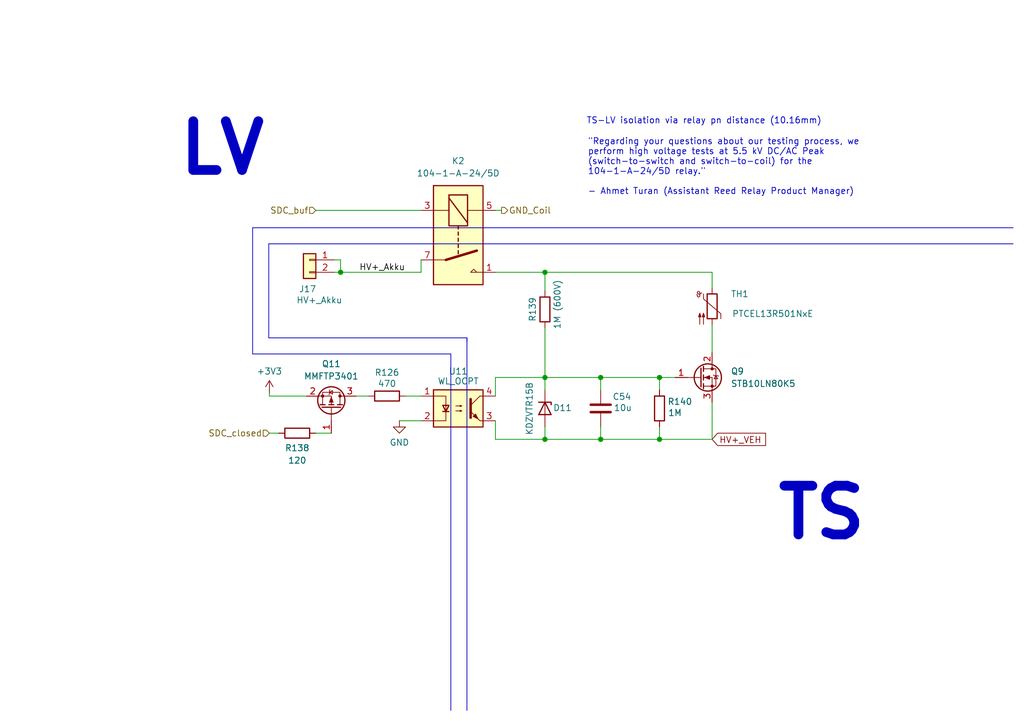
<source format=kicad_sch>
(kicad_sch (version 20250114) (generator "eeschema") (generator_version "9.0")
  (paper "A5")
  (title_block (title "Precharge Relay Driver") (date "2025-03-09") (rev "V1") (comment 1 "Lene Marquardt"))
  (lib_symbols
    (symbol "Connector_Generic:Conn_01x02" (pin_names (offset 1.016) (hide yes))
      (property "Reference" "J" (at 0 2.54 0))
      (property "Value" "Conn_01x02" (at 0 -5.08 0))
      (symbol "Conn_01x02_1_1"
        (rectangle (start -1.27 1.27) (end 1.27 -3.81) (stroke (width 0.254)) (fill (type background)))
        (rectangle (start -1.27 0.127) (end 0 -0.127) (stroke (width 0.1524)))
        (rectangle (start -1.27 -2.413) (end 0 -2.667) (stroke (width 0.1524)))
        (pin passive line (at -5.08 0 0) (length 3.81) (name "Pin_1") (number "1"))
        (pin passive line (at -5.08 -2.54 0) (length 3.81) (name "Pin_2") (number "2"))
      )
    )
    (symbol "Device:C" (pin_numbers (hide yes)) (pin_names (offset 0.254))
      (property "Reference" "C" (at 0.635 2.54 0))
      (property "Value" "C" (at 0.635 -2.54 0))
      (symbol "C_0_1"
        (polyline (pts (xy -2.032 0.762) (xy 2.032 0.762)) (stroke (width 0.508)))
        (polyline (pts (xy -2.032 -0.762) (xy 2.032 -0.762)) (stroke (width 0.508)))
      )
      (symbol "C_1_1"
        (pin passive line (at 0 3.81 270) (length 2.794) (name "~") (number "1"))
        (pin passive line (at 0 -3.81 90) (length 2.794) (name "~") (number "2"))
      )
    )
    (symbol "Device:D_Zener" (pin_numbers (hide yes)) (pin_names (offset 1.016) (hide yes))
      (property "Reference" "D" (at 0 2.54 0))
      (property "Value" "D_Zener" (at 0 -2.54 0))
      (symbol "D_Zener_0_1"
        (polyline (pts (xy -1.27 -1.27) (xy -1.27 1.27) (xy -0.762 1.27)) (stroke (width 0.254)))
        (polyline (pts (xy 1.27 0) (xy -1.27 0)))
        (polyline (pts (xy 1.27 -1.27) (xy 1.27 1.27) (xy -1.27 0) (xy 1.27 -1.27)) (stroke (width 0.254)))
      )
      (symbol "D_Zener_1_1"
        (pin passive line (at -3.81 0 0) (length 2.54) (name "K") (number "1"))
        (pin passive line (at 3.81 0 180) (length 2.54) (name "A") (number "2"))
      )
    )
    (symbol "Device:Q_PMOS_GSD" (pin_names (offset 0) (hide yes))
      (property "Reference" "Q" (at 5.08 1.27 0))
      (property "Value" "Q_PMOS_GSD" (at 5.08 -1.27 0))
      (symbol "Q_PMOS_GSD_0_1"
        (polyline (pts (xy 0.254 1.905) (xy 0.254 -1.905)) (stroke (width 0.254)))
        (polyline (pts (xy 0.254 0) (xy -2.54 0)))
        (polyline (pts (xy 0.762 2.286) (xy 0.762 1.27)) (stroke (width 0.254)))
        (polyline (pts (xy 0.762 1.778) (xy 3.302 1.778) (xy 3.302 -1.778) (xy 0.762 -1.778)))
        (polyline (pts (xy 0.762 0.508) (xy 0.762 -0.508)) (stroke (width 0.254)))
        (polyline (pts (xy 0.762 -1.27) (xy 0.762 -2.286)) (stroke (width 0.254)))
        (circle (center 1.651 0) (radius 2.794) (stroke (width 0.254)))
        (polyline (pts (xy 2.286 0) (xy 1.27 0.381) (xy 1.27 -0.381) (xy 2.286 0)) (fill (type outline)))
        (polyline (pts (xy 2.54 2.54) (xy 2.54 1.778)))
        (circle (center 2.54 1.778) (radius 0.254) (fill (type outline)))
        (circle (center 2.54 -1.778) (radius 0.254) (fill (type outline)))
        (polyline (pts (xy 2.54 -2.54) (xy 2.54 0) (xy 0.762 0)))
        (polyline (pts (xy 2.794 -0.508) (xy 2.921 -0.381) (xy 3.683 -0.381) (xy 3.81 -0.254)))
        (polyline (pts (xy 3.302 -0.381) (xy 2.921 0.254) (xy 3.683 0.254) (xy 3.302 -0.381)))
      )
      (symbol "Q_PMOS_GSD_1_1"
        (pin input line (at -5.08 0 0) (length 2.54) (name "G") (number "1"))
        (pin passive line (at 2.54 5.08 270) (length 2.54) (name "D") (number "3"))
        (pin passive line (at 2.54 -5.08 90) (length 2.54) (name "S") (number "2"))
      )
    )
    (symbol "Device:R" (pin_numbers (hide yes)) (pin_names (offset 0))
      (property "Reference" "R" (at 2.032 0 90))
      (property "Value" "R" (at 0 0 90))
      (symbol "R_0_1"
        (rectangle (start -1.016 -2.54) (end 1.016 2.54) (stroke (width 0.254)))
      )
      (symbol "R_1_1"
        (pin passive line (at 0 3.81 270) (length 1.27) (name "~") (number "1"))
        (pin passive line (at 0 -3.81 90) (length 1.27) (name "~") (number "2"))
      )
    )
    (symbol "Device:Thermistor_PTC" (pin_numbers (hide yes)) (pin_names (offset 0))
      (property "Reference" "TH" (at -4.064 0 90))
      (property "Value" "Thermistor_PTC" (at 3.048 0 90))
      (symbol "Thermistor_PTC_0_1"
        (arc (start -3.175 2.413) (mid -3.0506 2.3165) (end -3.048 2.159))
        (arc (start -3.048 2.794) (mid -2.9736 2.9736) (end -2.794 3.048))
        (arc (start -2.794 3.048) (mid -2.6144 2.9736) (end -2.54 2.794))
        (arc (start -2.794 2.54) (mid -2.9736 2.6144) (end -3.048 2.794))
        (arc (start -2.794 1.905) (mid -2.9736 1.9794) (end -3.048 2.159))
        (arc (start -2.54 2.159) (mid -2.6144 1.9794) (end -2.794 1.905))
        (arc (start -2.159 2.794) (mid -2.434 2.5608) (end -2.794 2.54))
        (polyline (pts (xy -2.54 2.159) (xy -2.54 2.794)))
        (polyline (pts (xy -2.54 -3.683) (xy -2.54 -1.397) (xy -2.794 -2.159) (xy -2.286 -2.159) (xy -2.54 -1.397) (xy -2.54 -1.651)) (fill (type outline)))
        (polyline (pts (xy -1.778 2.54) (xy -1.778 1.524) (xy 1.778 -1.524) (xy 1.778 -2.54)))
        (polyline (pts (xy -1.778 -3.683) (xy -1.778 -1.397) (xy -2.032 -2.159) (xy -1.524 -2.159) (xy -1.778 -1.397) (xy -1.778 -1.651)) (fill (type outline)))
        (rectangle (start -1.016 2.54) (end 1.016 -2.54) (stroke (width 0.254)))
      )
      (symbol "Thermistor_PTC_1_1"
        (pin passive line (at 0 3.81 270) (length 1.27) (name "~") (number "1"))
        (pin passive line (at 0 -3.81 90) (length 1.27) (name "~") (number "2"))
      )
    )
    (symbol "Isolator:FODM217A"
      (property "Reference" "U4" (at 1.27 7.62 0))
      (property "Value" "WL_OCDA" (at 1.27 5.588 0))
      (symbol "FODM217A_0_1"
        (rectangle (start -5.08 3.81) (end 5.08 -3.81) (stroke (width 0.254)) (fill (type background)))
        (polyline (pts (xy -5.08 2.54) (xy -2.54 2.54) (xy -2.54 -0.635)))
        (polyline (pts (xy -3.175 -0.635) (xy -1.905 -0.635)) (stroke (width 0.254)))
        (polyline (pts (xy -2.54 -0.635) (xy -2.54 -2.54) (xy -5.08 -2.54)))
        (polyline (pts (xy -2.54 -0.635) (xy -3.175 0.635) (xy -1.905 0.635) (xy -2.54 -0.635)) (stroke (width 0.254)))
        (polyline (pts (xy -0.508 0.508) (xy 0.762 0.508) (xy 0.381 0.381) (xy 0.381 0.635) (xy 0.762 0.508)))
        (polyline (pts (xy -0.508 -0.508) (xy 0.762 -0.508) (xy 0.381 -0.635) (xy 0.381 -0.381) (xy 0.762 -0.508)))
        (polyline (pts (xy 2.54 1.905) (xy 2.54 -1.905) (xy 2.54 -1.905)) (stroke (width 0.508)))
        (polyline (pts (xy 2.54 0.635) (xy 4.445 2.54)))
        (polyline (pts (xy 3.048 -1.651) (xy 3.556 -1.143) (xy 4.064 -2.159) (xy 3.048 -1.651) (xy 3.048 -1.651)) (fill (type outline)))
        (polyline (pts (xy 4.445 2.54) (xy 5.08 2.54)))
        (polyline (pts (xy 4.445 -2.54) (xy 2.54 -0.635)) (fill (type outline)))
        (polyline (pts (xy 4.445 -2.54) (xy 5.08 -2.54)))
      )
      (symbol "FODM217A_1_1"
        (pin passive line (at -7.62 2.54 0) (length 2.54) (name "~") (number "1"))
        (pin passive line (at -7.62 -2.54 0) (length 2.54) (name "~") (number "2"))
        (pin passive line (at 7.62 2.54 180) (length 2.54) (name "~") (number "4"))
        (pin passive line (at 7.62 -2.54 180) (length 2.54) (name "~") (number "3"))
      )
    )
    (symbol "Relay:Relay_SPST-NO"
      (property "Reference" "K2" (at -15.24 0 90))
      (property "Value" "104-2-A-24/1D" (at -12.7 0 90))
      (symbol "Relay_SPST-NO_0_0"
        (polyline (pts (xy 7.62 5.08) (xy 7.62 2.54) (xy 6.985 3.175) (xy 7.62 3.81)))
      )
      (symbol "Relay_SPST-NO_0_1"
        (rectangle (start -10.16 5.08) (end 10.16 -5.08) (stroke (width 0.254)) (fill (type background)))
        (rectangle (start -8.255 1.905) (end -1.905 -1.905) (stroke (width 0.254)))
        (polyline (pts (xy -7.62 -1.905) (xy -2.54 1.905)) (stroke (width 0.254)))
        (polyline (pts (xy -5.08 5.08) (xy -5.08 1.905)))
        (polyline (pts (xy -5.08 -5.08) (xy -5.08 -1.905)))
        (polyline (pts (xy -1.905 0) (xy -1.27 0)) (stroke (width 0.254)))
        (polyline (pts (xy -0.635 0) (xy 0 0)) (stroke (width 0.254)))
        (polyline (pts (xy 0.635 0) (xy 1.27 0)) (stroke (width 0.254)))
        (polyline (pts (xy 1.905 0) (xy 2.54 0)) (stroke (width 0.254)))
        (polyline (pts (xy 3.175 0) (xy 3.81 0)) (stroke (width 0.254)))
        (polyline (pts (xy 5.08 -2.54) (xy 3.175 3.81)) (stroke (width 0.508)))
        (polyline (pts (xy 5.08 -2.54) (xy 5.08 -5.08)))
      )
      (symbol "Relay_SPST-NO_1_1"
        (pin passive line (at -5.08 7.62 270) (length 2.54) (name "~") (number "5"))
        (pin passive line (at -5.08 -7.62 90) (length 2.54) (name "~") (number "3"))
        (pin passive line (at 5.08 -7.62 90) (length 2.54) (name "~") (number "7"))
        (pin passive line (at 7.62 7.62 270) (length 2.54) (name "~") (number "1"))
      )
    )
    (symbol "Transistor_FET:STB15N80K5" (pin_names (hide yes))
      (property "Reference" "Q" (at 5.08 1.905 0))
      (property "Value" "STB15N80K5" (at 5.08 0 0))
      (symbol "STB15N80K5_0_1"
        (polyline (pts (xy 0.254 1.905) (xy 0.254 -1.905)) (stroke (width 0.254)))
        (polyline (pts (xy 0.254 0) (xy -2.54 0)))
        (polyline (pts (xy 0.762 2.286) (xy 0.762 1.27)) (stroke (width 0.254)))
        (polyline (pts (xy 0.762 0.508) (xy 0.762 -0.508)) (stroke (width 0.254)))
        (polyline (pts (xy 0.762 -1.27) (xy 0.762 -2.286)) (stroke (width 0.254)))
        (polyline (pts (xy 0.762 -1.778) (xy 3.302 -1.778) (xy 3.302 1.778) (xy 0.762 1.778)))
        (polyline (pts (xy 1.016 0) (xy 2.032 0.381) (xy 2.032 -0.381) (xy 1.016 0)) (fill (type outline)))
        (circle (center 1.651 0) (radius 2.794) (stroke (width 0.254)))
        (polyline (pts (xy 2.54 2.54) (xy 2.54 1.778)))
        (circle (center 2.54 1.778) (radius 0.254) (fill (type outline)))
        (circle (center 2.54 -1.778) (radius 0.254) (fill (type outline)))
        (polyline (pts (xy 2.54 -2.54) (xy 2.54 0) (xy 0.762 0)))
        (polyline (pts (xy 2.794 0.508) (xy 2.921 0.381) (xy 3.683 0.381) (xy 3.81 0.254)))
        (polyline (pts (xy 3.302 0.381) (xy 2.921 -0.254) (xy 3.683 -0.254) (xy 3.302 0.381)))
      )
      (symbol "STB15N80K5_1_1"
        (pin passive line (at -5.08 0 0) (length 2.54) (name "G") (number "1"))
        (pin passive line (at 2.54 5.08 270) (length 2.54) (name "D") (number "2"))
        (pin passive line (at 2.54 -5.08 90) (length 2.54) (name "S") (number "3"))
      )
    )
    (symbol "power:+3V3" (power) (pin_numbers (hide yes)) (pin_names (offset 0) (hide yes))
      (property "Value" "+3V3" (at 0 3.556 0))
      (symbol "+3V3_0_1"
        (polyline (pts (xy -0.762 1.27) (xy 0 2.54)))
        (polyline (pts (xy 0 2.54) (xy 0.762 1.27)))
        (polyline (pts (xy 0 0) (xy 0 2.54)))
      )
      (symbol "+3V3_1_1"
        (pin power_in line (at 0 0 90) (length 0) (name "~") (number "1"))
      )
    )
    (symbol "power:GND" (power) (pin_numbers (hide yes)) (pin_names (offset 0) (hide yes))
      (property "Value" "GND" (at 0 -3.81 0))
      (symbol "GND_0_1"
        (polyline (pts (xy 0 0) (xy 0 -1.27) (xy 1.27 -1.27) (xy 0 -2.54) (xy -1.27 -1.27) (xy 0 -1.27)))
      )
      (symbol "GND_1_1"
        (pin power_in line (at 0 0 270) (length 0) (name "~") (number "1"))
      )
    )
  )
  (text "LV" (at 35.941 30.607 0) (effects (font (size 10 10) (thickness 2) (bold yes)) (justify left)))
  (text "TS-LV isolation via relay pn distance (10.16mm)" (at 144.399 24.892 0) (effects (font (size 1.27 1.27))))
  (text "TS" (at 158.623 105.41 0) (effects (font (size 10 10) (thickness 2) (bold yes)) (justify left)))
  (text "\"Regarding your questions about our testing process, we \nperform high voltage tests at 5.5 kV DC/AC Peak \n(switch-to-switch and switch-to-coil) for the \n104-1-A-24/5D relay.\"\n\n- Ahmet Turan (Assistant Reed Relay Product Manager)" (at 120.523 34.29 0) (effects (font (size 1.27 1.27)) (justify left)))
  (junction (at 135.255 90.17))
  (junction (at 111.76 90.17))
  (junction (at 69.85 55.88))
  (junction (at 111.76 77.47))
  (junction (at 123.19 77.47))
  (junction (at 135.255 77.47))
  (junction (at 111.76 55.88))
  (junction (at 123.19 90.17))
  (wire (pts (xy 146.05 66.675) (xy 146.05 72.39)))
  (wire (pts (xy 69.85 55.88) (xy 86.36 55.88)))
  (wire (pts (xy 123.19 90.17) (xy 135.255 90.17)))
  (wire (pts (xy 123.19 77.47) (xy 135.255 77.47)))
  (wire (pts (xy 69.85 53.34) (xy 69.85 55.88)))
  (wire (pts (xy 123.19 77.47) (xy 123.19 80.01)))
  (polyline (pts (xy 55.118 69.342) (xy 95.758 69.342)))
  (wire (pts (xy 135.255 77.47) (xy 135.255 80.01)))
  (wire (pts (xy 111.76 55.88) (xy 146.05 55.88)))
  (polyline (pts (xy 95.758 69.342) (xy 95.758 70.104)))
  (wire (pts (xy 101.6 55.88) (xy 111.76 55.88)))
  (polyline (pts (xy 92.456 72.644) (xy 92.456 145.796)))
  (wire (pts (xy 55.245 81.28) (xy 62.865 81.28)))
  (polyline (pts (xy 55.118 50.038) (xy 207.772 50.038)))
  (wire (pts (xy 111.76 77.47) (xy 123.19 77.47)))
  (wire (pts (xy 111.76 90.17) (xy 123.19 90.17)))
  (wire (pts (xy 111.76 77.47) (xy 111.76 80.01)))
  (wire (pts (xy 135.255 90.17) (xy 146.05 90.17)))
  (wire (pts (xy 123.19 87.63) (xy 123.19 90.17)))
  (polyline (pts (xy 55.118 69.342) (xy 55.118 50.038)))
  (wire (pts (xy 73.025 81.28) (xy 75.565 81.28)))
  (wire (pts (xy 68.58 53.34) (xy 69.85 53.34)))
  (wire (pts (xy 146.05 82.55) (xy 146.05 90.17)))
  (wire (pts (xy 135.255 77.47) (xy 138.43 77.47)))
  (wire (pts (xy 111.76 55.88) (xy 111.76 59.69)))
  (polyline (pts (xy 95.758 69.342) (xy 95.758 145.796)))
  (wire (pts (xy 111.76 67.31) (xy 111.76 77.47)))
  (polyline (pts (xy 92.456 72.644) (xy 51.816 72.644)))
  (polyline (pts (xy 51.816 72.644) (xy 51.816 46.736)))
  (wire (pts (xy 101.6 81.28) (xy 101.6 77.47)))
  (wire (pts (xy 111.76 87.63) (xy 111.76 90.17)))
  (wire (pts (xy 111.76 77.47) (xy 101.6 77.47)))
  (wire (pts (xy 101.6 86.36) (xy 101.6 90.17)))
  (wire (pts (xy 64.77 43.18) (xy 86.36 43.18)))
  (wire (pts (xy 135.255 87.63) (xy 135.255 90.17)))
  (wire (pts (xy 55.245 88.9) (xy 57.15 88.9)))
  (wire (pts (xy 101.6 90.17) (xy 111.76 90.17)))
  (wire (pts (xy 86.36 53.34) (xy 86.36 55.88)))
  (wire (pts (xy 64.77 88.9) (xy 67.945 88.9)))
  (wire (pts (xy 102.87 43.18) (xy 101.6 43.18)))
  (polyline (pts (xy 51.816 46.736) (xy 207.772 46.736)))
  (wire (pts (xy 55.245 80.645) (xy 55.245 81.28)))
  (wire (pts (xy 83.185 81.28) (xy 86.36 81.28)))
  (wire (pts (xy 68.58 55.88) (xy 69.85 55.88)))
  (wire (pts (xy 146.05 55.88) (xy 146.05 59.055)))
  (wire (pts (xy 81.915 86.36) (xy 86.36 86.36)))
  (label "HV+_Akku" (at 73.66 55.88 0))
  (global_label "HV+_VEH" (shape input) (at 146.05 90.17 0) (property "Intersheetrefs" "${INTERSHEET_REFS}" (effects (hide yes))))
  (hierarchical_label "SDC_buf" (shape input) (at 64.77 43.18 180))
  (hierarchical_label "GND_Coil" (shape output) (at 102.87 43.18 0))
  (hierarchical_label "SDC_closed" (shape input) (at 55.245 88.9 180))
  (symbol (lib_id "power:+3V3") (at 55.245 80.645 0) (unit 1)
    (property "Reference" "#PWR0138" (effects (hide yes)))
    (property "Value" "+3V3" (at 55.245 76.2 0))
    (property "Description" "Power symbol creates a global label with name \"+3V3\"" (effects (hide yes)))
  )
  (symbol (lib_id "Device:R") (at 60.96 88.9 90) (unit 1)
    (property "Reference" "R138" (at 60.96 91.948 90))
    (property "Value" "120" (at 60.96 94.488 90))
    (property "Footprint" "Resistor_SMD:R_0603_1608Metric" (effects (hide yes)))
    (property "Description" "Resistor" (effects (hide yes)))
  )
  (symbol (lib_id "Relay:Relay_SPST-NO") (at 93.98 48.26 270) (unit 1)
    (property "Reference" "K2" (at 93.98 33.02 90))
    (property "Value" "104-1-A-24/5D" (at 93.98 35.56 90))
    (property "Footprint" "104-2-A-24_1D:1042A122D" (effects (hide yes)))
    (property "Datasheet" "https://www.pickeringrelay.com/pdfs/104-high-voltage-sil-reed-relays.pdf" (effects (hide yes)))
    (property "Description" "Relay SPST, Normally Open, EN50005" (effects (hide yes)))
  )
  (symbol (lib_id "Device:C") (at 123.19 83.82 0) (unit 1)
    (property "Reference" "C54" (at 125.603 81.407 0) (effects (justify left)))
    (property "Value" "10u" (at 125.857 83.693 0) (effects (justify left)))
    (property "Footprint" "Capacitor_SMD:C_1210_3225Metric" (effects (hide yes)))
    (property "Datasheet" "https://www.we-online.com/components/products/datasheet/885012209014.pdf" (effects (hide yes)))
    (property "Description" "16V X7R" (effects (hide yes)))
  )
  (symbol (lib_id "Device:R") (at 135.255 83.82 0) (unit 1)
    (property "Reference" "R140" (at 139.446 82.423 0))
    (property "Value" "1M" (at 138.43 84.709 0))
    (property "Footprint" "Resistor_SMD:R_2010_5025Metric_Pad1.40x2.65mm_HandSolder" (effects (hide yes)))
    (property "Datasheet" "https://www.vishay.com/docs/20082/rcvat-e3.pdf" (effects (hide yes)))
    (property "Description" "Resistor" (effects (hide yes)))
  )
  (symbol (lib_id "Isolator:FODM217A") (at 93.98 83.82 0) (unit 1)
    (property "Reference" "U11" (at 93.98 76.2 0))
    (property "Value" "WL_OCPT" (at 93.98 78.232 0))
    (property "Footprint" "Package_SO:SOP-4_3.8x4.1mm_P2.54mm" (effects (hide yes)))
    (property "Datasheet" "https://www.we-online.com/components/products/datasheet/140356145200.pdf" (effects (hide yes)))
    (property "Description" "140356145200" (effects (hide yes)))
  )
  (symbol (lib_id "power:GND") (at 81.915 86.36 0) (unit 1)
    (property "Reference" "#PWR0139" (effects (hide yes)))
    (property "Value" "GND" (at 81.915 90.805 0))
    (property "Description" "Power symbol creates a global label with name \"GND\" , ground" (effects (hide yes)))
  )
  (symbol (lib_id "Transistor_FET:STB15N80K5") (at 143.51 77.47 0) (unit 1)
    (property "Reference" "Q9" (at 149.86 76.1999 0) (effects (justify left)))
    (property "Value" "STB10LN80K5" (at 149.86 78.7399 0) (effects (justify left)))
    (property "Footprint" "Package_TO_SOT_SMD:TO-263-2" (effects (hide yes)))
    (property "Datasheet" "https://www.st.com/resource/en/datasheet/stb10ln80k5.pdf" (effects (hide yes)))
  )
  (symbol (lib_id "Device:R") (at 111.76 63.5 0) (unit 1)
    (property "Reference" "R139" (at 109.22 63.5 90))
    (property "Value" "1M (600V)" (at 114.3 62.484 90))
    (property "Footprint" "Resistor_SMD:R_2010_5025Metric" (effects (hide yes)))
    (property "Datasheet" "https://www.vishay.com/docs/20082/rcvat-e3.pdf" (effects (hide yes)))
    (property "Description" "Resistor" (effects (hide yes)))
  )
  (symbol (lib_id "Device:Thermistor_PTC") (at 146.05 62.865 0) (unit 1)
    (property "Reference" "TH1" (at 149.86 60.325 0) (effects (justify left)))
    (property "Value" "PTCEL13R501NxE" (at 150.114 64.389 0) (effects (justify left)))
    (property "Footprint" "Connector_PinHeader_2.54mm:PinHeader_1x02_P2.54mm_Vertical" (effects (hide yes)))
    (property "Datasheet" "https://www.vishay.com/docs/29165/ptcel_series.pdf" (effects (hide yes)))
    (property "Description" "Temperature dependent resistor, positive temperature coefficient" (effects (hide yes)))
  )
  (symbol (lib_id "Device:D_Zener") (at 111.76 83.82 270) (unit 1)
    (property "Reference" "D11" (at 113.411 83.693 90) (effects (justify left)))
    (property "Value" "KDZVTR15B" (at 108.585 78.359 0) (effects (justify left)))
    (property "Footprint" "KDZVTR15B:KDZVTR15B" (effects (hide yes)))
    (property "Datasheet" "https://fscdn.rohm.com/en/products/databook/datasheet/discrete/diode/zener/kdzvtr15b-e.pdf" (effects (hide yes)))
    (property "Description" "Zener diode 15V" (effects (hide yes)))
  )
  (symbol (lib_id "Device:Q_PMOS_GSD") (at 67.945 83.82 270) (mirror x) (unit 1)
    (property "Reference" "Q11" (at 67.945 74.676 90))
    (property "Value" "MMFTP3401" (at 67.945 77.216 90))
    (property "Footprint" "Package_TO_SOT_SMD:SOT-23" (effects (hide yes)))
    (property "Datasheet" "https://diotec.com/request/datasheet/mmftp3334k.pdf" (effects (hide yes)))
    (property "Description" "P-MOSFET transistor, gate/source/drain" (effects (hide yes)))
  )
  (symbol (lib_id "Device:R") (at 79.375 81.28 90) (unit 1)
    (property "Reference" "R126" (at 79.375 76.454 90))
    (property "Value" "470" (at 79.375 78.74 90))
    (property "Footprint" "Resistor_SMD:R_0603_1608Metric" (effects (hide yes)))
  )
  (symbol (lib_id "Connector_Generic:Conn_01x02") (at 63.5 53.34 0) (mirror y) (unit 1)
    (property "Reference" "J17" (at 64.897 59.309 0) (effects (justify left)))
    (property "Value" "HV+_Akku" (at 70.231 61.595 0) (effects (justify left)))
    (property "Footprint" "FaSTTUBe_connectors:Micro_Mate-N-Lok_2p_vertical" (effects (hide yes)))
    (property "Description" "Generic connector, single row, 01x02, script generated (kicad-library-utils/schlib/autogen/connector/)" (effects (hide yes)))
    (property "Silkscreen" "HV+_Akku" (effects (hide yes)))
  )
)
</source>
